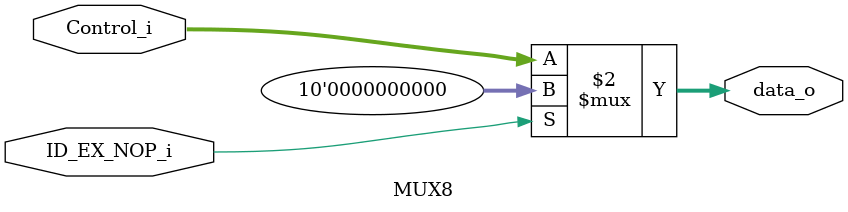
<source format=v>
module MUX8
(
	ID_EX_NOP_i,
	Control_i,
	data_o
);

input	[9:0] Control_i;
input	ID_EX_NOP_i;
output	[9:0] data_o;

reg		[9:0] data_o;

assign data_o = (
	(ID_EX_NOP_i == 0)? Control_i:
	10'b0
);
endmodule

</source>
